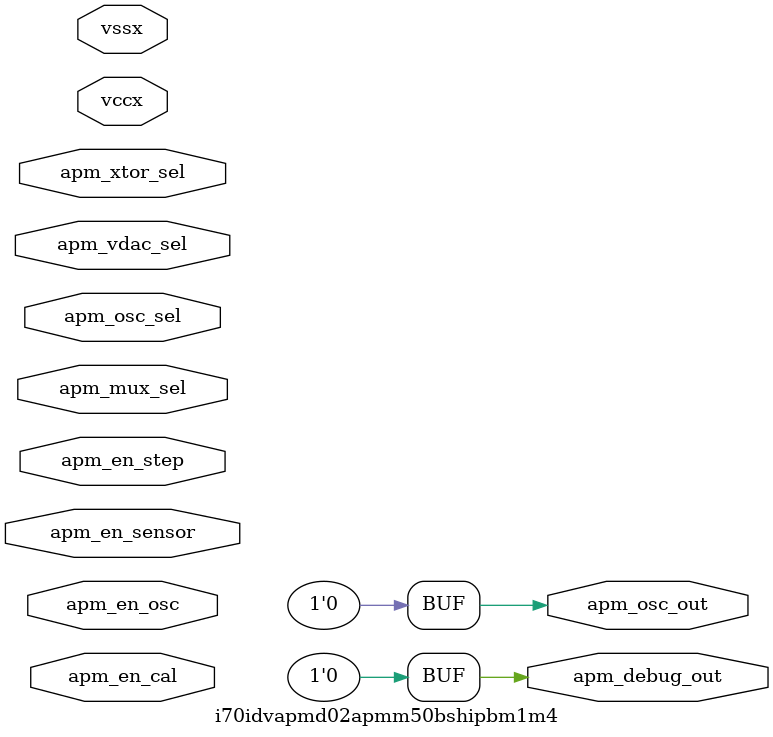
<source format=sv>
`timescale 1ps/100fs


`ifndef I70IDVAPMD02APMM50BSHIPBM1M4_SV
`define I70IDVAPMD02APMM50BSHIPBM1M4_SV

`celldefine
module i70idvapmd02apmm50bshipbm1m4 (
  
 // INPUT PORTS
  `ifndef INTEL_NO_PWR_PINS
     `ifdef INTC_UPF_FLOW

     `else
         inout wire vssx,
         inout wire vccx,
     `endif
  `endif

    input logic apm_en_cal,
    input logic apm_en_osc,
    input logic apm_en_sensor,
    input logic apm_en_step,
    input logic apm_osc_sel,

    input logic [1:0]  apm_xtor_sel,
    input logic [3:0]  apm_mux_sel,
    input logic [3:0]  apm_vdac_sel,

   // OUTPUT PORTS
    output  logic  apm_osc_out,  
    output  logic  apm_debug_out
);

assign apm_osc_out ='b0;
assign apm_debug_out ='b0;
endmodule   

`endif 

</source>
